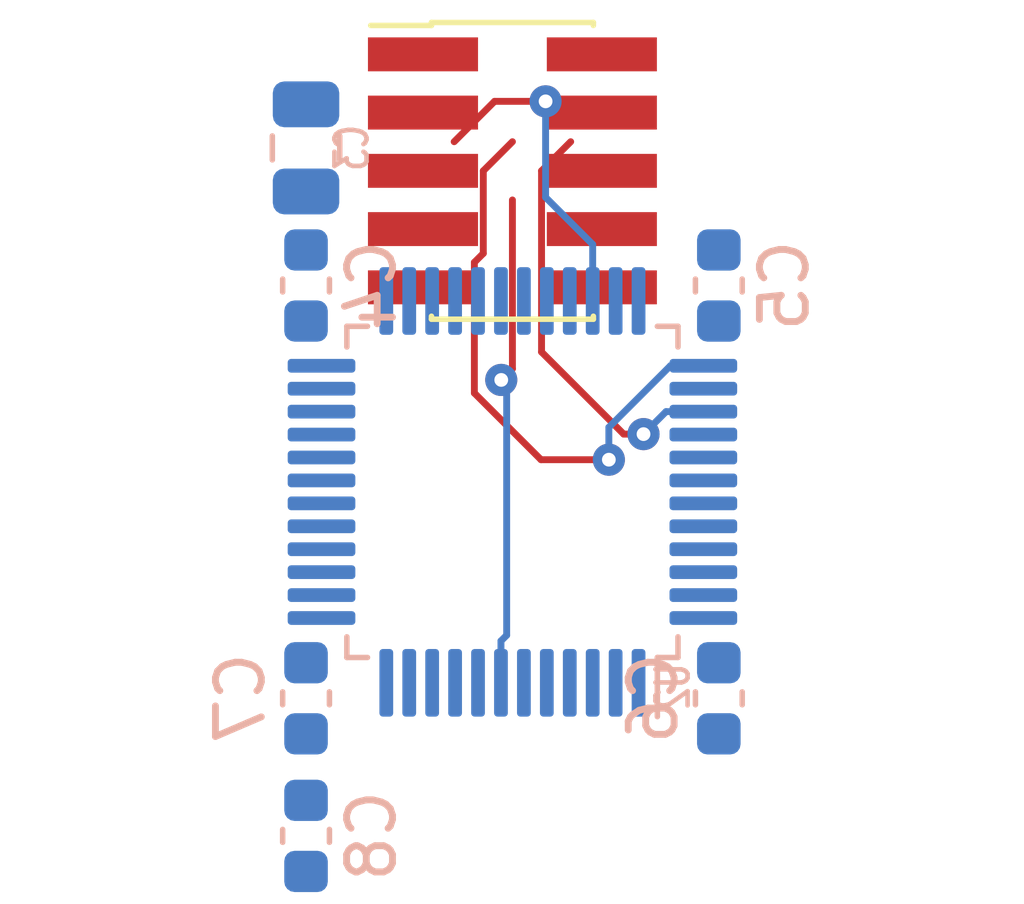
<source format=kicad_pcb>
(kicad_pcb (version 20240108) (generator "pcbnew") (generator_version "8.0")
  (layers (0 "F.Cu" signal "Front") (31 "B.Cu" signal "Back") (34 "B.Paste" user) (35 "F.Paste" user) (36 "B.SilkS" user "B.Silkscreen") (37 "F.SilkS" user "F.Silkscreen") (38 "B.Mask" user) (39 "F.Mask" user) (44 "Edge.Cuts" user))
  (net 0 "")
  (net 1 "usb.gnd")
  (net 2 "reg.pwr_out")
  (net 3 "led.signal")
  (net 4 "mcu.ic.osc.xtal_out")
  (net 5 "mcu.reset_node")
  (net 6 "mcu.ic.osc.xtal_in")
  (net 7 "mcu.swd.tdi")
  (net 8 "mcu.swd_node.swdio")
  (net 9 "mcu.swd_node.swclk")
  (net 10 "mcu.swd.swo")
  (footprint "Connector_PinHeader_1.27mm:PinHeader_2x05_P1.27mm_Vertical_SMD" (layer "F.Cu") (at 99.8745 42.59885)
    (property "Reference" "J2" (hide yes))
    (property "Value" "PinHeader1.27 Shrouded 2x5")
    (fp_line (start -3.09 -3.17) (end -1.765 -3.17) (stroke (width 0.12)) (layer "F.SilkS"))
    (fp_line (start -1.765 -3.235) (end -1.765 -3.17) (stroke (width 0.12)) (layer "F.SilkS"))
    (fp_line (start -1.765 -3.235) (end 1.765 -3.235) (stroke (width 0.12)) (layer "F.SilkS"))
    (fp_line (start -1.765 3.17) (end -1.765 3.235) (stroke (width 0.12)) (layer "F.SilkS"))
    (fp_line (start -1.765 3.235) (end 1.765 3.235) (stroke (width 0.12)) (layer "F.SilkS"))
    (fp_line (start 1.765 -3.235) (end 1.765 -3.17) (stroke (width 0.12)) (layer "F.SilkS"))
    (fp_line (start 1.765 3.17) (end 1.765 3.235) (stroke (width 0.12)) (layer "F.SilkS"))
    (pad "1" smd rect (at -1.95 -2.54) (size 2.4 0.74) (layers "F.Cu" "F.Paste" "F.Mask") (net 2 "reg.pwr_out"))
    (pad "2" smd rect (at 1.95 -2.54) (size 2.4 0.74) (layers "F.Cu" "F.Paste" "F.Mask") (net 8 "mcu.swd_node.swdio"))
    (pad "3" smd rect (at -1.95 -1.27) (size 2.4 0.74) (layers "F.Cu" "F.Paste" "F.Mask") (net 1 "usb.gnd"))
    (pad "4" smd rect (at 1.95 -1.27) (size 2.4 0.74) (layers "F.Cu" "F.Paste" "F.Mask") (net 9 "mcu.swd_node.swclk"))
    (pad "5" smd rect (at -1.95 0) (size 2.4 0.74) (layers "F.Cu" "F.Paste" "F.Mask") (net 1 "usb.gnd"))
    (pad "6" smd rect (at 1.95 0) (size 2.4 0.74) (layers "F.Cu" "F.Paste" "F.Mask") (net 10 "mcu.swd.swo"))
    (pad "7" smd rect (at -1.95 1.27) (size 2.4 0.74) (layers "F.Cu" "F.Paste" "F.Mask"))
    (pad "8" smd rect (at 1.95 1.27) (size 2.4 0.74) (layers "F.Cu" "F.Paste" "F.Mask") (net 7 "mcu.swd.tdi"))
    (pad "9" smd rect (at -1.95 2.54) (size 2.4 0.74) (layers "F.Cu" "F.Paste" "F.Mask") (net 1 "usb.gnd"))
    (pad "10" smd rect (at 1.95 2.54) (size 2.4 0.74) (layers "F.Cu" "F.Paste" "F.Mask") (net 5 "mcu.reset_node"))
  )
  (footprint "Capacitor_SMD:C_0603_1608Metric" (layer "B.Cu") (at 95.3745 57.09885 90)
    (property "Reference" "C8" (at 0 1.43 90) (layer "B.SilkS") (effects (justify mirror)))
    (property "Value" "50V 1uF X5R ±10% 0603 Multilayer Ceramic Capacitors MLCC - SMD/SMT ROHS")
    (fp_line (start 0.14058 -0.51) (end -0.14058 -0.51) (stroke (width 0.12)) (layer "B.SilkS"))
    (fp_line (start 0.14058 0.51) (end -0.14058 0.51) (stroke (width 0.12)) (layer "B.SilkS"))
    (pad "1" smd roundrect (at -0.775 0 90) (size 0.9 0.95) (layers "B.Cu" "B.Paste" "B.Mask") (net 2 "reg.pwr_out"))
    (pad "2" smd roundrect (at 0.775 0 90) (size 0.9 0.95) (layers "B.Cu" "B.Paste" "B.Mask") (net 1 "usb.gnd"))
  )
  (footprint "Capacitor_SMD:C_0603_1608Metric" (layer "B.Cu") (at 104.3745 54.09885 -90)
    (property "Reference" "C6" (at 0 1.43 90) (layer "B.SilkS") (effects (justify mirror)))
    (property "Value" "50V 100nF X7R ±10% 0603 Multilayer Ceramic Capacitors MLCC - SMD/SMT ROHS")
    (fp_line (start 0.14058 0.51) (end -0.14058 0.51) (stroke (width 0.12)) (layer "B.SilkS"))
    (fp_line (start 0.14058 -0.51) (end -0.14058 -0.51) (stroke (width 0.12)) (layer "B.SilkS"))
    (pad "1" smd roundrect (at -0.775 0 270) (size 0.9 0.95) (layers "B.Cu" "B.Paste" "B.Mask") (net 2 "reg.pwr_out"))
    (pad "2" smd roundrect (at 0.775 0 270) (size 0.9 0.95) (layers "B.Cu" "B.Paste" "B.Mask") (net 1 "usb.gnd"))
  )
  (footprint "Capacitor_SMD:C_0805_2012Metric" (layer "B.Cu") (at 95.3745 42.09885 90)
    (property "Reference" "C3" (at 0 1 90) (layer "B.SilkS") (effects (font (size 0.7 0.5) (thickness 0.1)) (justify mirror)))
    (property "Value" "25V 4.7uF X5R ±10% 0805 Multilayer Ceramic Capacitors MLCC - SMD/SMT ROHS")
    (fp_line (start 0.261252 -0.735) (end -0.261252 -0.735) (stroke (width 0.12)) (layer "B.SilkS"))
    (fp_line (start 0.261252 0.735) (end -0.261252 0.735) (stroke (width 0.12)) (layer "B.SilkS"))
    (pad "1" smd roundrect (at -0.95 0 90) (size 1 1.45) (layers "B.Cu" "B.Paste" "B.Mask") (net 2 "reg.pwr_out"))
    (pad "2" smd roundrect (at 0.95 0 90) (size 1 1.45) (layers "B.Cu" "B.Paste" "B.Mask") (net 1 "usb.gnd"))
  )
  (footprint "Package_QFP:LQFP-48_7x7mm_P0.5mm" (layer "B.Cu") (at 99.8745 49.59885 90)
    (property "Reference" "U2" (at -4.25 3.5 90) (layer "B.SilkS") (effects (font (size 0.7 0.5) (thickness 0.1)) (justify mirror)))
    (property "Value" "STM32F103xxT6")
    (fp_line (start 3.61 -3.61) (end 3.16 -3.61) (stroke (width 0.12)) (layer "B.SilkS"))
    (fp_line (start -3.61 -3.61) (end -3.16 -3.61) (stroke (width 0.12)) (layer "B.SilkS"))
    (fp_line (start 3.61 -3.16) (end 3.61 -3.61) (stroke (width 0.12)) (layer "B.SilkS"))
    (fp_line (start -3.61 -3.16) (end -3.61 -3.61) (stroke (width 0.12)) (layer "B.SilkS"))
    (fp_line (start 3.61 3.16) (end 3.61 3.61) (stroke (width 0.12)) (layer "B.SilkS"))
    (fp_line (start -3.61 3.16) (end -3.61 3.61) (stroke (width 0.12)) (layer "B.SilkS"))
    (fp_line (start -4.9 3.16) (end -3.61 3.16) (stroke (width 0.12)) (layer "B.SilkS"))
    (fp_line (start 3.61 3.61) (end 3.16 3.61) (stroke (width 0.12)) (layer "B.SilkS"))
    (fp_line (start -3.61 3.61) (end -3.16 3.61) (stroke (width 0.12)) (layer "B.SilkS"))
    (pad "1" smd roundrect (at -4.1625 2.75 90) (size 1.475 0.3) (layers "B.Cu" "B.Paste" "B.Mask") (net 2 "reg.pwr_out"))
    (pad "2" smd roundrect (at -4.1625 2.25 90) (size 1.475 0.3) (layers "B.Cu" "B.Paste" "B.Mask"))
    (pad "3" smd roundrect (at -4.1625 1.75 90) (size 1.475 0.3) (layers "B.Cu" "B.Paste" "B.Mask"))
    (pad "4" smd roundrect (at -4.1625 1.25 90) (size 1.475 0.3) (layers "B.Cu" "B.Paste" "B.Mask"))
    (pad "5" smd roundrect (at -4.1625 0.75 90) (size 1.475 0.3) (layers "B.Cu" "B.Paste" "B.Mask") (net 6 "mcu.ic.osc.xtal_in"))
    (pad "6" smd roundrect (at -4.1625 0.25 90) (size 1.475 0.3) (layers "B.Cu" "B.Paste" "B.Mask") (net 4 "mcu.ic.osc.xtal_out"))
    (pad "7" smd roundrect (at -4.1625 -0.25 90) (size 1.475 0.3) (layers "B.Cu" "B.Paste" "B.Mask") (net 5 "mcu.reset_node"))
    (pad "8" smd roundrect (at -4.1625 -0.75 90) (size 1.475 0.3) (layers "B.Cu" "B.Paste" "B.Mask") (net 1 "usb.gnd"))
    (pad "9" smd roundrect (at -4.1625 -1.25 90) (size 1.475 0.3) (layers "B.Cu" "B.Paste" "B.Mask") (net 2 "reg.pwr_out"))
    (pad "10" smd roundrect (at -4.1625 -1.75 90) (size 1.475 0.3) (layers "B.Cu" "B.Paste" "B.Mask") (net 3 "led.signal"))
    (pad "11" smd roundrect (at -4.1625 -2.25 90) (size 1.475 0.3) (layers "B.Cu" "B.Paste" "B.Mask"))
    (pad "12" smd roundrect (at -4.1625 -2.75 90) (size 1.475 0.3) (layers "B.Cu" "B.Paste" "B.Mask"))
    (pad "13" smd roundrect (at -2.75 -4.1625 90) (size 0.3 1.475) (layers "B.Cu" "B.Paste" "B.Mask"))
    (pad "14" smd roundrect (at -2.25 -4.1625 90) (size 0.3 1.475) (layers "B.Cu" "B.Paste" "B.Mask"))
    (pad "15" smd roundrect (at -1.75 -4.1625 90) (size 0.3 1.475) (layers "B.Cu" "B.Paste" "B.Mask"))
    (pad "16" smd roundrect (at -1.25 -4.1625 90) (size 0.3 1.475) (layers "B.Cu" "B.Paste" "B.Mask"))
    (pad "17" smd roundrect (at -0.75 -4.1625 90) (size 0.3 1.475) (layers "B.Cu" "B.Paste" "B.Mask"))
    (pad "18" smd roundrect (at -0.25 -4.1625 90) (size 0.3 1.475) (layers "B.Cu" "B.Paste" "B.Mask"))
    (pad "19" smd roundrect (at 0.25 -4.1625 90) (size 0.3 1.475) (layers "B.Cu" "B.Paste" "B.Mask"))
    (pad "20" smd roundrect (at 0.75 -4.1625 90) (size 0.3 1.475) (layers "B.Cu" "B.Paste" "B.Mask"))
    (pad "21" smd roundrect (at 1.25 -4.1625 90) (size 0.3 1.475) (layers "B.Cu" "B.Paste" "B.Mask"))
    (pad "22" smd roundrect (at 1.75 -4.1625 90) (size 0.3 1.475) (layers "B.Cu" "B.Paste" "B.Mask"))
    (pad "23" smd roundrect (at 2.25 -4.1625 90) (size 0.3 1.475) (layers "B.Cu" "B.Paste" "B.Mask") (net 1 "usb.gnd"))
    (pad "24" smd roundrect (at 2.75 -4.1625 90) (size 0.3 1.475) (layers "B.Cu" "B.Paste" "B.Mask") (net 2 "reg.pwr_out"))
    (pad "25" smd roundrect (at 4.1625 -2.75 90) (size 1.475 0.3) (layers "B.Cu" "B.Paste" "B.Mask"))
    (pad "26" smd roundrect (at 4.1625 -2.25 90) (size 1.475 0.3) (layers "B.Cu" "B.Paste" "B.Mask"))
    (pad "27" smd roundrect (at 4.1625 -1.75 90) (size 1.475 0.3) (layers "B.Cu" "B.Paste" "B.Mask"))
    (pad "28" smd roundrect (at 4.1625 -1.25 90) (size 1.475 0.3) (layers "B.Cu" "B.Paste" "B.Mask"))
    (pad "29" smd roundrect (at 4.1625 -0.75 90) (size 1.475 0.3) (layers "B.Cu" "B.Paste" "B.Mask"))
    (pad "30" smd roundrect (at 4.1625 -0.25 90) (size 1.475 0.3) (layers "B.Cu" "B.Paste" "B.Mask"))
    (pad "31" smd roundrect (at 4.1625 0.25 90) (size 1.475 0.3) (layers "B.Cu" "B.Paste" "B.Mask"))
    (pad "32" smd roundrect (at 4.1625 0.75 90) (size 1.475 0.3) (layers "B.Cu" "B.Paste" "B.Mask"))
    (pad "33" smd roundrect (at 4.1625 1.25 90) (size 1.475 0.3) (layers "B.Cu" "B.Paste" "B.Mask"))
    (pad "34" smd roundrect (at 4.1625 1.75 90) (size 1.475 0.3) (layers "B.Cu" "B.Paste" "B.Mask") (net 8 "mcu.swd_node.swdio"))
    (pad "35" smd roundrect (at 4.1625 2.25 90) (size 1.475 0.3) (layers "B.Cu" "B.Paste" "B.Mask") (net 1 "usb.gnd"))
    (pad "36" smd roundrect (at 4.1625 2.75 90) (size 1.475 0.3) (layers "B.Cu" "B.Paste" "B.Mask") (net 2 "reg.pwr_out"))
    (pad "37" smd roundrect (at 2.75 4.1625 90) (size 0.3 1.475) (layers "B.Cu" "B.Paste" "B.Mask") (net 9 "mcu.swd_node.swclk"))
    (pad "38" smd roundrect (at 2.25 4.1625 90) (size 0.3 1.475) (layers "B.Cu" "B.Paste" "B.Mask"))
    (pad "39" smd roundrect (at 1.75 4.1625 90) (size 0.3 1.475) (layers "B.Cu" "B.Paste" "B.Mask"))
    (pad "40" smd roundrect (at 1.25 4.1625 90) (size 0.3 1.475) (layers "B.Cu" "B.Paste" "B.Mask"))
    (pad "41" smd roundrect (at 0.75 4.1625 90) (size 0.3 1.475) (layers "B.Cu" "B.Paste" "B.Mask"))
    (pad "42" smd roundrect (at 0.25 4.1625 90) (size 0.3 1.475) (layers "B.Cu" "B.Paste" "B.Mask"))
    (pad "43" smd roundrect (at -0.25 4.1625 90) (size 0.3 1.475) (layers "B.Cu" "B.Paste" "B.Mask"))
    (pad "44" smd roundrect (at -0.75 4.1625 90) (size 0.3 1.475) (layers "B.Cu" "B.Paste" "B.Mask") (net 1 "usb.gnd"))
    (pad "45" smd roundrect (at -1.25 4.1625 90) (size 0.3 1.475) (layers "B.Cu" "B.Paste" "B.Mask"))
    (pad "46" smd roundrect (at -1.75 4.1625 90) (size 0.3 1.475) (layers "B.Cu" "B.Paste" "B.Mask"))
    (pad "47" smd roundrect (at -2.25 4.1625 90) (size 0.3 1.475) (layers "B.Cu" "B.Paste" "B.Mask") (net 1 "usb.gnd"))
    (pad "48" smd roundrect (at -2.75 4.1625 90) (size 0.3 1.475) (layers "B.Cu" "B.Paste" "B.Mask") (net 2 "reg.pwr_out"))
  )
  (footprint "Capacitor_SMD:C_0603_1608Metric" (layer "B.Cu") (at 104.3745 45.09885 90)
    (property "Reference" "C5" (at 0 1.43 90) (layer "B.SilkS") (effects (justify mirror)))
    (property "Value" "50V 100nF X7R ±10% 0603 Multilayer Ceramic Capacitors MLCC - SMD/SMT ROHS")
    (fp_line (start 0.14058 -0.51) (end -0.14058 -0.51) (stroke (width 0.12)) (layer "B.SilkS"))
    (fp_line (start 0.14058 0.51) (end -0.14058 0.51) (stroke (width 0.12)) (layer "B.SilkS"))
    (pad "1" smd roundrect (at -0.775 0 90) (size 0.9 0.95) (layers "B.Cu" "B.Paste" "B.Mask") (net 2 "reg.pwr_out"))
    (pad "2" smd roundrect (at 0.775 0 90) (size 0.9 0.95) (layers "B.Cu" "B.Paste" "B.Mask") (net 1 "usb.gnd"))
  )
  (footprint "Capacitor_SMD:C_0603_1608Metric" (layer "B.Cu") (at 95.3745 54.09885 -90)
    (property "Reference" "C7" (at 0 1.43 90) (layer "B.SilkS") (effects (justify mirror)))
    (property "Value" "50V 10nF X7R ±10% 0603 Multilayer Ceramic Capacitors MLCC - SMD/SMT ROHS")
    (fp_line (start 0.14058 0.51) (end -0.14058 0.51) (stroke (width 0.12)) (layer "B.SilkS"))
    (fp_line (start 0.14058 -0.51) (end -0.14058 -0.51) (stroke (width 0.12)) (layer "B.SilkS"))
    (pad "1" smd roundrect (at -0.775 0 270) (size 0.9 0.95) (layers "B.Cu" "B.Paste" "B.Mask") (net 2 "reg.pwr_out"))
    (pad "2" smd roundrect (at 0.775 0 270) (size 0.9 0.95) (layers "B.Cu" "B.Paste" "B.Mask") (net 1 "usb.gnd"))
  )
  (footprint "Capacitor_SMD:C_0603_1608Metric" (layer "B.Cu") (at 95.3745 45.09885 90)
    (property "Reference" "C4" (at 0 1.43 90) (layer "B.SilkS") (effects (justify mirror)))
    (property "Value" "50V 100nF X7R ±10% 0603 Multilayer Ceramic Capacitors MLCC - SMD/SMT ROHS")
    (fp_line (start 0.14058 -0.51) (end -0.14058 -0.51) (stroke (width 0.12)) (layer "B.SilkS"))
    (fp_line (start 0.14058 0.51) (end -0.14058 0.51) (stroke (width 0.12)) (layer "B.SilkS"))
    (pad "1" smd roundrect (at -0.775 0 90) (size 0.9 0.95) (layers "B.Cu" "B.Paste" "B.Mask") (net 2 "reg.pwr_out"))
    (pad "2" smd roundrect (at 0.775 0 90) (size 0.9 0.95) (layers "B.Cu" "B.Paste" "B.Mask") (net 1 "usb.gnd"))
  )
  (segment (start 99.6308 47.15745) (end 99.8745 46.91375) (width 0.15) (layer "F.Cu") (net 5))
  (segment (start 99.8745 46.91375) (end 99.8745 43.23385) (width 0.15) (layer "F.Cu") (net 5))
  (via (at 99.6308 47.15745) (size 0.7) (drill 0.3) (layers "F.Cu" "B.Cu") (net 5))
  (segment (start 99.6245 52.84885) (end 99.6245 53.76135) (width 0.15) (layer "B.Cu") (net 5))
  (segment (start 99.749 52.72435) (end 99.6245 52.84885) (width 0.15) (layer "B.Cu") (net 5))
  (segment (start 99.6308 47.15745) (end 99.749 47.27565) (width 0.15) (layer "B.Cu") (net 5))
  (segment (start 99.749 47.27565) (end 99.749 52.72435) (width 0.15) (layer "B.Cu") (net 5))
  (segment (start 98.6045 41.96385) (end 99.4848 41.08355) (width 0.15) (layer "F.Cu") (net 8))
  (segment (start 99.4848 41.08355) (end 100.5977 41.08355) (width 0.15) (layer "F.Cu") (net 8))
  (via (at 100.5977 41.08355) (size 0.7) (drill 0.3) (layers "F.Cu" "B.Cu") (net 8))
  (segment (start 100.5977 41.08355) (end 100.5977 43.17615) (width 0.15) (layer "B.Cu") (net 8))
  (segment (start 100.5977 43.17615) (end 101.6245 44.20295) (width 0.15) (layer "B.Cu") (net 8))
  (segment (start 101.6245 44.20295) (end 101.6245 45.43635) (width 0.15) (layer "B.Cu") (net 8))
  (segment (start 99.2395 42.59885) (end 99.2395 44.39895) (width 0.15) (layer "F.Cu") (net 9))
  (segment (start 99.0449 47.44405) (end 100.4975 48.89665) (width 0.15) (layer "F.Cu") (net 9))
  (segment (start 99.2395 44.39895) (end 99.0449 44.59355) (width 0.15) (layer "F.Cu") (net 9))
  (segment (start 99.8745 41.96385) (end 99.2395 42.59885) (width 0.15) (layer "F.Cu") (net 9))
  (segment (start 99.0449 44.59355) (end 99.0449 47.44405) (width 0.15) (layer "F.Cu") (net 9))
  (segment (start 100.4975 48.89665) (end 101.9769 48.89665) (width 0.15) (layer "F.Cu") (net 9))
  (via (at 101.9769 48.89665) (size 0.7) (drill 0.3) (layers "F.Cu" "B.Cu") (net 9))
  (segment (start 103.3195 46.84885) (end 101.9769 48.19145) (width 0.15) (layer "B.Cu") (net 9))
  (segment (start 104.037 46.84885) (end 103.3195 46.84885) (width 0.15) (layer "B.Cu") (net 9))
  (segment (start 101.9769 48.19145) (end 101.9769 48.89665) (width 0.15) (layer "B.Cu") (net 9))
  (segment (start 100.5095 46.54855) (end 102.3 48.33905) (width 0.15) (layer "F.Cu") (net 10))
  (segment (start 100.5095 42.59885) (end 100.5095 46.54855) (width 0.15) (layer "F.Cu") (net 10))
  (segment (start 101.1445 41.96385) (end 100.5095 42.59885) (width 0.15) (layer "F.Cu") (net 10))
  (segment (start 102.3 48.33905) (end 102.7329 48.33905) (width 0.15) (layer "F.Cu") (net 10))
  (via (at 102.7329 48.33905) (size 0.7) (drill 0.3) (layers "F.Cu" "B.Cu") (net 10))
  (segment (start 102.7329 48.33905) (end 103.2231 47.84885) (width 0.15) (layer "B.Cu") (net 10))
  (segment (start 103.2231 47.84885) (end 104.037 47.84885) (width 0.15) (layer "B.Cu") (net 10))
)
</source>
